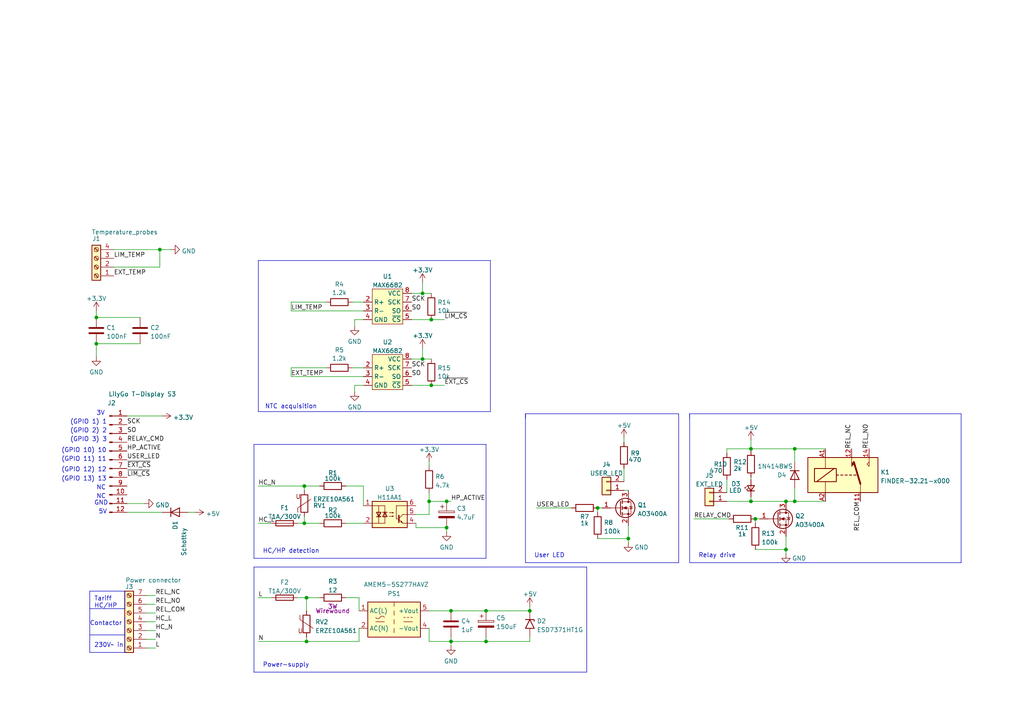
<source format=kicad_sch>
(kicad_sch (version 20230121) (generator eeschema)
  (paper "A4")
  (title_block (title "ESP32 cumulative heating controller") (company "https://github.com/BwanaFr/heating-controller"))
  (lib_symbols
    (symbol "Connector:Conn_01x12_Male" (pin_names (offset 1.016) hide)
      (property "Reference" "J" (at 0 15.24 0))
      (property "Value" "Conn_01x12_Male" (at 0 -17.78 0))
      (symbol "Conn_01x12_Male_1_1"
        (polyline (pts (xy 1.27 -15.24) (xy 0.8636 -15.24)) (stroke (width 0.1524)))
        (polyline (pts (xy 1.27 -12.7) (xy 0.8636 -12.7)) (stroke (width 0.1524)))
        (polyline (pts (xy 1.27 -10.16) (xy 0.8636 -10.16)) (stroke (width 0.1524)))
        (polyline (pts (xy 1.27 -7.62) (xy 0.8636 -7.62)) (stroke (width 0.1524)))
        (polyline (pts (xy 1.27 -5.08) (xy 0.8636 -5.08)) (stroke (width 0.1524)))
        (polyline (pts (xy 1.27 -2.54) (xy 0.8636 -2.54)) (stroke (width 0.1524)))
        (polyline (pts (xy 1.27 0) (xy 0.8636 0)) (stroke (width 0.1524)))
        (polyline (pts (xy 1.27 2.54) (xy 0.8636 2.54)) (stroke (width 0.1524)))
        (polyline (pts (xy 1.27 5.08) (xy 0.8636 5.08)) (stroke (width 0.1524)))
        (polyline (pts (xy 1.27 7.62) (xy 0.8636 7.62)) (stroke (width 0.1524)))
        (polyline (pts (xy 1.27 10.16) (xy 0.8636 10.16)) (stroke (width 0.1524)))
        (polyline (pts (xy 1.27 12.7) (xy 0.8636 12.7)) (stroke (width 0.1524)))
        (rectangle (start 0.8636 -15.113) (end 0 -15.367) (stroke (width 0.1524)) (fill (type outline)))
        (rectangle (start 0.8636 -12.573) (end 0 -12.827) (stroke (width 0.1524)) (fill (type outline)))
        (rectangle (start 0.8636 -10.033) (end 0 -10.287) (stroke (width 0.1524)) (fill (type outline)))
        (rectangle (start 0.8636 -7.493) (end 0 -7.747) (stroke (width 0.1524)) (fill (type outline)))
        (rectangle (start 0.8636 -4.953) (end 0 -5.207) (stroke (width 0.1524)) (fill (type outline)))
        (rectangle (start 0.8636 -2.413) (end 0 -2.667) (stroke (width 0.1524)) (fill (type outline)))
        (rectangle (start 0.8636 0.127) (end 0 -0.127) (stroke (width 0.1524)) (fill (type outline)))
        (rectangle (start 0.8636 2.667) (end 0 2.413) (stroke (width 0.1524)) (fill (type outline)))
        (rectangle (start 0.8636 5.207) (end 0 4.953) (stroke (width 0.1524)) (fill (type outline)))
        (rectangle (start 0.8636 7.747) (end 0 7.493) (stroke (width 0.1524)) (fill (type outline)))
        (rectangle (start 0.8636 10.287) (end 0 10.033) (stroke (width 0.1524)) (fill (type outline)))
        (rectangle (start 0.8636 12.827) (end 0 12.573) (stroke (width 0.1524)) (fill (type outline)))
        (pin passive line (at 5.08 12.7 180) (length 3.81) (name "Pin_1") (number "1"))
        (pin passive line (at 5.08 -10.16 180) (length 3.81) (name "Pin_10") (number "10"))
        (pin passive line (at 5.08 -12.7 180) (length 3.81) (name "Pin_11") (number "11"))
        (pin passive line (at 5.08 -15.24 180) (length 3.81) (name "Pin_12") (number "12"))
        (pin passive line (at 5.08 10.16 180) (length 3.81) (name "Pin_2") (number "2"))
        (pin passive line (at 5.08 7.62 180) (length 3.81) (name "Pin_3") (number "3"))
        (pin passive line (at 5.08 5.08 180) (length 3.81) (name "Pin_4") (number "4"))
        (pin passive line (at 5.08 2.54 180) (length 3.81) (name "Pin_5") (number "5"))
        (pin passive line (at 5.08 0 180) (length 3.81) (name "Pin_6") (number "6"))
        (pin passive line (at 5.08 -2.54 180) (length 3.81) (name "Pin_7") (number "7"))
        (pin passive line (at 5.08 -5.08 180) (length 3.81) (name "Pin_8") (number "8"))
        (pin passive line (at 5.08 -7.62 180) (length 3.81) (name "Pin_9") (number "9"))
      )
    )
    (symbol "Connector:Screw_Terminal_01x04" (pin_names (offset 1.016) hide)
      (property "Reference" "J" (at 0 5.08 0))
      (property "Value" "Screw_Terminal_01x04" (at 0 -7.62 0))
      (symbol "Screw_Terminal_01x04_1_1"
        (rectangle (start -1.27 3.81) (end 1.27 -6.35) (stroke (width 0.254)) (fill (type background)))
        (circle (center 0 -5.08) (radius 0.635) (stroke (width 0.1524)))
        (circle (center 0 -2.54) (radius 0.635) (stroke (width 0.1524)))
        (polyline (pts (xy -0.5334 -4.7498) (xy 0.3302 -5.588)) (stroke (width 0.1524)))
        (polyline (pts (xy -0.5334 -2.2098) (xy 0.3302 -3.048)) (stroke (width 0.1524)))
        (polyline (pts (xy -0.5334 0.3302) (xy 0.3302 -0.508)) (stroke (width 0.1524)))
        (polyline (pts (xy -0.5334 2.8702) (xy 0.3302 2.032)) (stroke (width 0.1524)))
        (polyline (pts (xy -0.3556 -4.572) (xy 0.508 -5.4102)) (stroke (width 0.1524)))
        (polyline (pts (xy -0.3556 -2.032) (xy 0.508 -2.8702)) (stroke (width 0.1524)))
        (polyline (pts (xy -0.3556 0.508) (xy 0.508 -0.3302)) (stroke (width 0.1524)))
        (polyline (pts (xy -0.3556 3.048) (xy 0.508 2.2098)) (stroke (width 0.1524)))
        (circle (center 0 0) (radius 0.635) (stroke (width 0.1524)))
        (circle (center 0 2.54) (radius 0.635) (stroke (width 0.1524)))
        (pin passive line (at -5.08 2.54 0) (length 3.81) (name "Pin_1") (number "1"))
        (pin passive line (at -5.08 0 0) (length 3.81) (name "Pin_2") (number "2"))
        (pin passive line (at -5.08 -2.54 0) (length 3.81) (name "Pin_3") (number "3"))
        (pin passive line (at -5.08 -5.08 0) (length 3.81) (name "Pin_4") (number "4"))
      )
    )
    (symbol "Connector:Screw_Terminal_01x07" (pin_names (offset 1.016) hide)
      (property "Reference" "J" (at 0 10.16 0))
      (property "Value" "Screw_Terminal_01x07" (at 0 -10.16 0))
      (symbol "Screw_Terminal_01x07_1_1"
        (rectangle (start -1.27 8.89) (end 1.27 -8.89) (stroke (width 0.254)) (fill (type background)))
        (circle (center 0 -7.62) (radius 0.635) (stroke (width 0.1524)))
        (circle (center 0 -5.08) (radius 0.635) (stroke (width 0.1524)))
        (circle (center 0 -2.54) (radius 0.635) (stroke (width 0.1524)))
        (polyline (pts (xy -0.5334 -7.2898) (xy 0.3302 -8.128)) (stroke (width 0.1524)))
        (polyline (pts (xy -0.5334 -4.7498) (xy 0.3302 -5.588)) (stroke (width 0.1524)))
        (polyline (pts (xy -0.5334 -2.2098) (xy 0.3302 -3.048)) (stroke (width 0.1524)))
        (polyline (pts (xy -0.5334 0.3302) (xy 0.3302 -0.508)) (stroke (width 0.1524)))
        (polyline (pts (xy -0.5334 2.8702) (xy 0.3302 2.032)) (stroke (width 0.1524)))
        (polyline (pts (xy -0.5334 5.4102) (xy 0.3302 4.572)) (stroke (width 0.1524)))
        (polyline (pts (xy -0.5334 7.9502) (xy 0.3302 7.112)) (stroke (width 0.1524)))
        (polyline (pts (xy -0.3556 -7.112) (xy 0.508 -7.9502)) (stroke (width 0.1524)))
        (polyline (pts (xy -0.3556 -4.572) (xy 0.508 -5.4102)) (stroke (width 0.1524)))
        (polyline (pts (xy -0.3556 -2.032) (xy 0.508 -2.8702)) (stroke (width 0.1524)))
        (polyline (pts (xy -0.3556 0.508) (xy 0.508 -0.3302)) (stroke (width 0.1524)))
        (polyline (pts (xy -0.3556 3.048) (xy 0.508 2.2098)) (stroke (width 0.1524)))
        (polyline (pts (xy -0.3556 5.588) (xy 0.508 4.7498)) (stroke (width 0.1524)))
        (polyline (pts (xy -0.3556 8.128) (xy 0.508 7.2898)) (stroke (width 0.1524)))
        (circle (center 0 0) (radius 0.635) (stroke (width 0.1524)))
        (circle (center 0 2.54) (radius 0.635) (stroke (width 0.1524)))
        (circle (center 0 5.08) (radius 0.635) (stroke (width 0.1524)))
        (circle (center 0 7.62) (radius 0.635) (stroke (width 0.1524)))
        (pin passive line (at -5.08 7.62 0) (length 3.81) (name "Pin_1") (number "1"))
        (pin passive line (at -5.08 5.08 0) (length 3.81) (name "Pin_2") (number "2"))
        (pin passive line (at -5.08 2.54 0) (length 3.81) (name "Pin_3") (number "3"))
        (pin passive line (at -5.08 0 0) (length 3.81) (name "Pin_4") (number "4"))
        (pin passive line (at -5.08 -2.54 0) (length 3.81) (name "Pin_5") (number "5"))
        (pin passive line (at -5.08 -5.08 0) (length 3.81) (name "Pin_6") (number "6"))
        (pin passive line (at -5.08 -7.62 0) (length 3.81) (name "Pin_7") (number "7"))
      )
    )
    (symbol "Connector_Generic:Conn_01x02" (pin_names (offset 1.016) hide)
      (property "Reference" "J" (at 0 2.54 0))
      (property "Value" "Conn_01x02" (at 0 -5.08 0))
      (symbol "Conn_01x02_1_1"
        (rectangle (start -1.27 -2.413) (end 0 -2.667) (stroke (width 0.1524)))
        (rectangle (start -1.27 0.127) (end 0 -0.127) (stroke (width 0.1524)))
        (rectangle (start -1.27 1.27) (end 1.27 -3.81) (stroke (width 0.254)) (fill (type background)))
        (pin passive line (at -5.08 0 0) (length 3.81) (name "Pin_1") (number "1"))
        (pin passive line (at -5.08 -2.54 0) (length 3.81) (name "Pin_2") (number "2"))
      )
    )
    (symbol "Converter_ACDC:RAC05-05SK"
      (property "Reference" "PS" (at 0 6.35 0))
      (property "Value" "RAC05-05SK" (at 0 -6.35 0))
      (symbol "RAC05-05SK_1_1"
        (rectangle (start -7.62 5.08) (end 7.62 -5.08) (stroke (width 0.254)) (fill (type background)))
        (arc (start -5.334 0.635) (mid -4.699 0.2495) (end -4.064 0.635))
        (arc (start -2.794 0.635) (mid -3.429 1.0072) (end -4.064 0.635))
        (polyline (pts (xy -5.334 -0.635) (xy -2.794 -0.635)))
        (polyline (pts (xy 0 -2.54) (xy 0 -3.81)))
        (polyline (pts (xy 0 0) (xy 0 -1.27)))
        (polyline (pts (xy 0 2.54) (xy 0 1.27)))
        (polyline (pts (xy 0 5.08) (xy 0 3.81)))
        (polyline (pts (xy 2.794 -0.635) (xy 5.334 -0.635)))
        (polyline (pts (xy 2.794 0.635) (xy 3.302 0.635)))
        (polyline (pts (xy 3.81 0.635) (xy 4.318 0.635)))
        (polyline (pts (xy 4.826 0.635) (xy 5.334 0.635)))
        (pin power_in line (at -10.16 2.54 0) (length 2.54) (name "AC(L)") (number "1"))
        (pin power_in line (at -10.16 -2.54 0) (length 2.54) (name "AC(N)") (number "2"))
        (pin no_connect line (at 7.62 0 180) (length 2.54) hide (name "NC") (number "3"))
        (pin power_out line (at 10.16 -2.54 180) (length 2.54) (name "-Vout") (number "4"))
        (pin power_out line (at 10.16 2.54 180) (length 2.54) (name "+Vout") (number "5"))
      )
    )
    (symbol "Device:C" (pin_numbers hide) (pin_names (offset 0.254))
      (property "Reference" "C" (at 0.635 2.54 0))
      (property "Value" "C" (at 0.635 -2.54 0))
      (symbol "C_0_1"
        (polyline (pts (xy -2.032 -0.762) (xy 2.032 -0.762)) (stroke (width 0.508)))
        (polyline (pts (xy -2.032 0.762) (xy 2.032 0.762)) (stroke (width 0.508)))
      )
      (symbol "C_1_1"
        (pin passive line (at 0 3.81 270) (length 2.794) (name "~") (number "1"))
        (pin passive line (at 0 -3.81 90) (length 2.794) (name "~") (number "2"))
      )
    )
    (symbol "Device:C_Polarized" (pin_numbers hide) (pin_names (offset 0.254))
      (property "Reference" "C" (at 0.635 2.54 0))
      (property "Value" "C_Polarized" (at 0.635 -2.54 0))
      (symbol "C_Polarized_0_1"
        (rectangle (start -2.286 0.508) (end 2.286 1.016))
        (polyline (pts (xy -1.778 2.286) (xy -0.762 2.286)))
        (polyline (pts (xy -1.27 2.794) (xy -1.27 1.778)))
        (rectangle (start 2.286 -0.508) (end -2.286 -1.016) (fill (type outline)))
      )
      (symbol "C_Polarized_1_1"
        (pin passive line (at 0 3.81 270) (length 2.794) (name "~") (number "1"))
        (pin passive line (at 0 -3.81 90) (length 2.794) (name "~") (number "2"))
      )
    )
    (symbol "Device:Fuse" (pin_numbers hide) (pin_names (offset 0))
      (property "Reference" "F" (at 2.032 0 90))
      (property "Value" "Fuse" (at -1.905 0 90))
      (symbol "Fuse_0_1"
        (rectangle (start -0.762 -2.54) (end 0.762 2.54) (stroke (width 0.254)))
        (polyline (pts (xy 0 2.54) (xy 0 -2.54)))
      )
      (symbol "Fuse_1_1"
        (pin passive line (at 0 3.81 270) (length 1.27) (name "~") (number "1"))
        (pin passive line (at 0 -3.81 90) (length 1.27) (name "~") (number "2"))
      )
    )
    (symbol "Device:LED_Small" (pin_numbers hide) (pin_names (offset 0.254) hide)
      (property "Reference" "D" (at -1.27 3.175 0))
      (property "Value" "LED_Small" (at -4.445 -2.54 0))
      (symbol "LED_Small_0_1"
        (polyline (pts (xy -0.762 -1.016) (xy -0.762 1.016)) (stroke (width 0.254)))
        (polyline (pts (xy 1.016 0) (xy -0.762 0)))
        (polyline (pts (xy 0.762 -1.016) (xy -0.762 0) (xy 0.762 1.016) (xy 0.762 -1.016)) (stroke (width 0.254)))
        (polyline (pts (xy 0 0.762) (xy -0.508 1.27) (xy -0.254 1.27) (xy -0.508 1.27) (xy -0.508 1.016)))
        (polyline (pts (xy 0.508 1.27) (xy 0 1.778) (xy 0.254 1.778) (xy 0 1.778) (xy 0 1.524)))
      )
      (symbol "LED_Small_1_1"
        (pin passive line (at -2.54 0 0) (length 1.778) (name "K") (number "1"))
        (pin passive line (at 2.54 0 180) (length 1.778) (name "A") (number "2"))
      )
    )
    (symbol "Device:R" (pin_numbers hide) (pin_names (offset 0))
      (property "Reference" "R" (at 2.032 0 90))
      (property "Value" "R" (at 0 0 90))
      (symbol "R_0_1"
        (rectangle (start -1.016 -2.54) (end 1.016 2.54) (stroke (width 0.254)))
      )
      (symbol "R_1_1"
        (pin passive line (at 0 3.81 270) (length 1.27) (name "~") (number "1"))
        (pin passive line (at 0 -3.81 90) (length 1.27) (name "~") (number "2"))
      )
    )
    (symbol "Device:Varistor" (pin_numbers hide) (pin_names (offset 0))
      (property "Reference" "RV" (at 3.175 0 90))
      (property "Value" "Varistor" (at -3.175 0 90))
      (symbol "Varistor_0_0"
        (text "U" (at -1.778 -2.032 0) (effects (font (size 1.27 1.27))))
      )
      (symbol "Varistor_0_1"
        (rectangle (start -1.016 -2.54) (end 1.016 2.54) (stroke (width 0.254)))
        (polyline (pts (xy -1.905 2.54) (xy -1.905 1.27) (xy 1.905 -1.27)))
      )
      (symbol "Varistor_1_1"
        (pin passive line (at 0 3.81 270) (length 1.27) (name "~") (number "1"))
        (pin passive line (at 0 -3.81 90) (length 1.27) (name "~") (number "2"))
      )
    )
    (symbol "Diode:1N4148WS" (pin_numbers hide) (pin_names hide)
      (property "Reference" "D" (at 0 2.54 0))
      (property "Value" "1N4148WS" (at 0 -2.54 0))
      (symbol "1N4148WS_0_1"
        (polyline (pts (xy -1.27 1.27) (xy -1.27 -1.27)) (stroke (width 0.254)))
        (polyline (pts (xy 1.27 0) (xy -1.27 0)))
        (polyline (pts (xy 1.27 1.27) (xy 1.27 -1.27) (xy -1.27 0) (xy 1.27 1.27)) (stroke (width 0.254)))
      )
      (symbol "1N4148WS_1_1"
        (pin passive line (at -3.81 0 0) (length 2.54) (name "K") (number "1"))
        (pin passive line (at 3.81 0 180) (length 2.54) (name "A") (number "2"))
      )
    )
    (symbol "Diode:SMF7V0A" (pin_numbers hide) (pin_names (offset 1.016) hide)
      (property "Reference" "D" (at 0 2.54 0))
      (property "Value" "SMF7V0A" (at 0 -2.54 0))
      (symbol "SMF7V0A_0_1"
        (polyline (pts (xy -0.762 1.27) (xy -1.27 1.27) (xy -1.27 -1.27)) (stroke (width 0.254)))
        (polyline (pts (xy 1.27 1.27) (xy 1.27 -1.27) (xy -1.27 0) (xy 1.27 1.27)) (stroke (width 0.254)))
      )
      (symbol "SMF7V0A_1_1"
        (pin passive line (at -3.81 0 0) (length 2.54) (name "A1") (number "1"))
        (pin passive line (at 3.81 0 180) (length 2.54) (name "A2") (number "2"))
      )
    )
    (symbol "Isolator:H11AA1"
      (property "Reference" "U" (at -5.334 4.953 0))
      (property "Value" "H11AA1" (at 0.635 4.953 0))
      (symbol "H11AA1_0_1"
        (polyline (pts (xy -2.032 0.635) (xy -0.762 0.635)) (stroke (width 0.254)))
        (polyline (pts (xy -1.397 -2.54) (xy -3.175 -2.54)) (stroke (width 0.1524)))
        (polyline (pts (xy -1.397 -0.635) (xy -1.397 -2.54)))
        (polyline (pts (xy -1.397 0.635) (xy -1.397 -0.635)))
        (polyline (pts (xy -1.397 0.635) (xy -1.397 2.54)))
        (polyline (pts (xy -1.397 2.54) (xy -3.175 2.54)) (stroke (width 0.1524)))
        (polyline (pts (xy -1.397 0.635) (xy -2.032 -0.635) (xy -0.762 -0.635) (xy -1.397 0.635)) (stroke (width 0.254)))
      )
      (symbol "H11AA1_1_1"
        (rectangle (start -5.08 3.81) (end 5.08 -3.81) (stroke (width 0.254)) (fill (type background)))
        (polyline (pts (xy -3.81 -0.635) (xy -2.54 -0.635)) (stroke (width 0.254)))
        (polyline (pts (xy 2.667 -1.397) (xy 3.81 -2.54)))
        (polyline (pts (xy 2.667 -1.143) (xy 3.81 0)))
        (polyline (pts (xy 3.81 -2.54) (xy 5.08 -2.54)))
        (polyline (pts (xy 3.81 0) (xy 5.08 0)))
        (polyline (pts (xy 2.667 -0.254) (xy 2.667 -2.286) (xy 2.667 -2.286)) (stroke (width 0.3556)))
        (polyline (pts (xy -5.08 -2.54) (xy -3.175 -2.54) (xy -3.175 2.54) (xy -5.08 2.54)))
        (polyline (pts (xy -3.175 -0.635) (xy -3.81 0.635) (xy -2.54 0.635) (xy -3.175 -0.635)) (stroke (width 0.254)))
        (polyline (pts (xy 3.683 -2.413) (xy 3.429 -1.905) (xy 3.175 -2.159) (xy 3.683 -2.413)))
        (polyline (pts (xy 5.08 2.54) (xy 1.905 2.54) (xy 1.905 -1.27) (xy 2.54 -1.27)))
        (polyline (pts (xy -0.127 -0.508) (xy 1.143 -0.508) (xy 0.762 -0.635) (xy 0.762 -0.381) (xy 1.143 -0.508)))
        (polyline (pts (xy -0.127 0.508) (xy 1.143 0.508) (xy 0.762 0.381) (xy 0.762 0.635) (xy 1.143 0.508)))
        (pin passive line (at -7.62 2.54 0) (length 2.54) (name "~") (number "1"))
        (pin passive line (at -7.62 -2.54 0) (length 2.54) (name "~") (number "2"))
        (pin no_connect line (at -5.08 0 0) (length 2.54) hide (name "NC") (number "3"))
        (pin passive line (at 7.62 -2.54 180) (length 2.54) (name "~") (number "4"))
        (pin passive line (at 7.62 0 180) (length 2.54) (name "~") (number "5"))
        (pin passive line (at 7.62 2.54 180) (length 2.54) (name "~") (number "6"))
      )
    )
    (symbol "Relay:FINDER-32.21-x000"
      (property "Reference" "K" (at 11.43 3.81 0))
      (property "Value" "FINDER-32.21-x000" (at 11.43 1.27 0))
      (symbol "FINDER-32.21-x000_0_0"
        (polyline (pts (xy 2.54 5.08) (xy 2.54 2.54) (xy 3.175 3.175) (xy 2.54 3.81)) (fill (type outline)))
        (polyline (pts (xy 7.62 5.08) (xy 7.62 2.54) (xy 6.985 3.175) (xy 7.62 3.81)))
      )
      (symbol "FINDER-32.21-x000_0_1"
        (rectangle (start -10.16 5.08) (end 10.16 -5.08) (stroke (width 0.254)) (fill (type background)))
        (rectangle (start -8.255 1.905) (end -1.905 -1.905) (stroke (width 0.254)))
        (polyline (pts (xy -7.62 -1.905) (xy -2.54 1.905)) (stroke (width 0.254)))
        (polyline (pts (xy -5.08 -5.08) (xy -5.08 -1.905)))
        (polyline (pts (xy -5.08 5.08) (xy -5.08 1.905)))
        (polyline (pts (xy -1.905 0) (xy -1.27 0)) (stroke (width 0.254)))
        (polyline (pts (xy -0.635 0) (xy 0 0)) (stroke (width 0.254)))
        (polyline (pts (xy 0.635 0) (xy 1.27 0)) (stroke (width 0.254)))
        (polyline (pts (xy 1.905 0) (xy 2.54 0)) (stroke (width 0.254)))
        (polyline (pts (xy 3.175 0) (xy 3.81 0)) (stroke (width 0.254)))
        (polyline (pts (xy 5.08 -2.54) (xy 3.175 3.81)) (stroke (width 0.508)))
        (polyline (pts (xy 5.08 -2.54) (xy 5.08 -5.08)))
      )
      (symbol "FINDER-32.21-x000_1_1"
        (pin passive line (at 5.08 -7.62 90) (length 2.54) (name "~") (number "11"))
        (pin passive line (at 2.54 7.62 270) (length 2.54) (name "~") (number "12"))
        (pin passive line (at 7.62 7.62 270) (length 2.54) (name "~") (number "14"))
        (pin passive line (at -5.08 7.62 270) (length 2.54) (name "~") (number "A1"))
        (pin passive line (at -5.08 -7.62 90) (length 2.54) (name "~") (number "A2"))
      )
    )
    (symbol "Transistor_FET:AO3400A" (pin_names hide)
      (property "Reference" "Q" (at 5.08 1.905 0))
      (property "Value" "AO3400A" (at 5.08 0 0))
      (symbol "AO3400A_0_1"
        (polyline (pts (xy 0.254 0) (xy -2.54 0)))
        (polyline (pts (xy 0.254 1.905) (xy 0.254 -1.905)) (stroke (width 0.254)))
        (polyline (pts (xy 0.762 -1.27) (xy 0.762 -2.286)) (stroke (width 0.254)))
        (polyline (pts (xy 0.762 0.508) (xy 0.762 -0.508)) (stroke (width 0.254)))
        (polyline (pts (xy 0.762 2.286) (xy 0.762 1.27)) (stroke (width 0.254)))
        (polyline (pts (xy 2.54 2.54) (xy 2.54 1.778)))
        (polyline (pts (xy 2.54 -2.54) (xy 2.54 0) (xy 0.762 0)))
        (polyline (pts (xy 0.762 -1.778) (xy 3.302 -1.778) (xy 3.302 1.778) (xy 0.762 1.778)))
        (polyline (pts (xy 1.016 0) (xy 2.032 0.381) (xy 2.032 -0.381) (xy 1.016 0)) (fill (type outline)))
        (polyline (pts (xy 2.794 0.508) (xy 2.921 0.381) (xy 3.683 0.381) (xy 3.81 0.254)))
        (polyline (pts (xy 3.302 0.381) (xy 2.921 -0.254) (xy 3.683 -0.254) (xy 3.302 0.381)))
        (circle (center 1.651 0) (radius 2.794) (stroke (width 0.254)))
        (circle (center 2.54 -1.778) (radius 0.254) (fill (type outline)))
        (circle (center 2.54 1.778) (radius 0.254) (fill (type outline)))
      )
      (symbol "AO3400A_1_1"
        (pin input line (at -5.08 0 0) (length 2.54) (name "G") (number "1"))
        (pin passive line (at 2.54 -5.08 90) (length 2.54) (name "S") (number "2"))
        (pin passive line (at 2.54 5.08 270) (length 2.54) (name "D") (number "3"))
      )
    )
    (symbol "heating-controller:MAX6682"
      (property "Reference" "U" (at 0 1.27 0))
      (property "Value" "MAX6682" (at 0 -11.43 0))
      (symbol "MAX6682_0_1"
        (rectangle (start -3.81 0) (end 5.08 -10.16) (stroke (width 0.1524)) (fill (type background)))
      )
      (symbol "MAX6682_1_1"
        (pin input line (at -6.35 -3.81 0) (length 2.54) (name "R+") (number "2"))
        (pin input line (at -6.35 -6.35 0) (length 2.54) (name "R-") (number "3"))
        (pin power_in line (at -6.35 -8.89 0) (length 2.54) (name "GND") (number "4"))
        (pin input line (at 7.62 -8.89 180) (length 2.54) (name "~{CS}") (number "5"))
        (pin output line (at 7.62 -6.35 180) (length 2.54) (name "SO") (number "6"))
        (pin input line (at 7.62 -3.81 180) (length 2.54) (name "SCK") (number "7"))
        (pin power_in line (at 7.62 -1.27 180) (length 2.54) (name "VCC") (number "8"))
      )
    )
    (symbol "power:+3.3V" (power) (pin_names (offset 0))
      (property "Value" "+3.3V" (at 0 3.556 0))
      (symbol "+3.3V_0_1"
        (polyline (pts (xy -0.762 1.27) (xy 0 2.54)))
        (polyline (pts (xy 0 0) (xy 0 2.54)))
        (polyline (pts (xy 0 2.54) (xy 0.762 1.27)))
      )
      (symbol "+3.3V_1_1"
        (pin power_in line (at 0 0 90) (length 0) hide (name "+3.3V") (number "1"))
      )
    )
    (symbol "power:+5V" (power) (pin_names (offset 0))
      (property "Value" "+5V" (at 0 3.556 0))
      (symbol "+5V_0_1"
        (polyline (pts (xy -0.762 1.27) (xy 0 2.54)))
        (polyline (pts (xy 0 0) (xy 0 2.54)))
        (polyline (pts (xy 0 2.54) (xy 0.762 1.27)))
      )
      (symbol "+5V_1_1"
        (pin power_in line (at 0 0 90) (length 0) hide (name "+5V") (number "1"))
      )
    )
    (symbol "power:GND" (power) (pin_names (offset 0))
      (property "Value" "GND" (at 0 -3.81 0))
      (symbol "GND_0_1"
        (polyline (pts (xy 0 0) (xy 0 -1.27) (xy 1.27 -1.27) (xy 0 -2.54) (xy -1.27 -1.27) (xy 0 -1.27)))
      )
      (symbol "GND_1_1"
        (pin power_in line (at 0 0 270) (length 0) hide (name "GND") (number "1"))
      )
    )
  )
  (junction (at 140.97 186.055))
  (junction (at 88.9 186.055))
  (junction (at 129.54 153.035))
  (junction (at 129.54 145.415))
  (junction (at 227.965 159.385))
  (junction (at 122.555 104.14))
  (junction (at 27.94 92.075))
  (junction (at 88.9 173.355))
  (junction (at 227.965 145.415))
  (junction (at 130.81 186.055))
  (junction (at 230.505 145.415))
  (junction (at 125.095 111.76))
  (junction (at 88.265 140.97))
  (junction (at 153.67 177.165))
  (junction (at 125.095 92.71))
  (junction (at 217.805 145.415))
  (junction (at 230.505 130.175))
  (junction (at 122.555 85.09))
  (junction (at 27.94 99.695))
  (junction (at 130.81 177.165))
  (junction (at 140.97 177.165))
  (junction (at 173.355 147.32))
  (junction (at 182.245 156.21))
  (junction (at 124.46 145.415))
  (junction (at 219.075 150.495))
  (junction (at 46.355 72.39))
  (junction (at 217.805 130.175))
  (junction (at 88.265 151.765))
  (polyline (pts (xy 152.4 120.015) (xy 152.4 163.195)))
  (wire (pts (xy 86.36 173.355) (xy 88.9 173.355)))
  (polyline (pts (xy 200.025 120.015) (xy 200.025 121.285)))
  (wire (pts (xy 74.93 151.765) (xy 78.74 151.765)))
  (wire (pts (xy 100.33 173.355) (xy 104.14 173.355)))
  (wire (pts (xy 74.93 186.055) (xy 88.9 186.055)))
  (wire (pts (xy 124.46 186.055) (xy 130.81 186.055)))
  (wire (pts (xy 88.265 151.765) (xy 92.71 151.765)))
  (wire (pts (xy 219.075 150.495) (xy 220.345 150.495)))
  (wire (pts (xy 42.545 180.34) (xy 45.085 180.34)))
  (polyline (pts (xy 26.035 176.53) (xy 36.195 176.53)))
  (wire (pts (xy 180.975 135.89) (xy 180.975 139.7)))
  (wire (pts (xy 173.355 147.32) (xy 174.625 147.32)))
  (polyline (pts (xy 73.66 161.925) (xy 140.97 161.925)))
  (polyline (pts (xy 36.195 171.45) (xy 36.195 176.53)))
  (wire (pts (xy 120.65 149.225) (xy 124.46 149.225)))
  (polyline (pts (xy 196.85 120.015) (xy 152.4 120.015)))
  (polyline (pts (xy 152.4 163.195) (xy 196.85 163.195)))
  (wire (pts (xy 129.54 153.035) (xy 129.54 154.305)))
  (wire (pts (xy 42.545 187.96) (xy 45.085 187.96)))
  (wire (pts (xy 102.235 106.68) (xy 105.41 106.68)))
  (wire (pts (xy 94.615 87.63) (xy 84.455 87.63)))
  (wire (pts (xy 105.41 140.97) (xy 105.41 146.685)))
  (wire (pts (xy 182.245 156.21) (xy 182.245 157.48)))
  (wire (pts (xy 102.87 111.76) (xy 105.41 111.76)))
  (wire (pts (xy 119.38 104.14) (xy 122.555 104.14)))
  (polyline (pts (xy 73.66 161.925) (xy 73.66 128.905)))
  (wire (pts (xy 122.555 100.965) (xy 122.555 104.14)))
  (wire (pts (xy 122.555 85.09) (xy 122.555 81.915)))
  (wire (pts (xy 219.075 159.385) (xy 227.965 159.385)))
  (polyline (pts (xy 26.035 184.15) (xy 26.035 189.23)))
  (wire (pts (xy 33.02 77.47) (xy 46.355 77.47)))
  (wire (pts (xy 230.505 130.175) (xy 230.505 133.985)))
  (wire (pts (xy 125.095 92.71) (xy 128.905 92.71)))
  (wire (pts (xy 124.46 145.415) (xy 129.54 145.415)))
  (polyline (pts (xy 170.18 164.465) (xy 170.18 194.945)))
  (wire (pts (xy 217.805 127.635) (xy 217.805 130.175)))
  (wire (pts (xy 230.505 145.415) (xy 227.965 145.415)))
  (polyline (pts (xy 200.025 163.195) (xy 278.765 163.195)))
  (wire (pts (xy 140.97 186.055) (xy 153.67 186.055)))
  (wire (pts (xy 42.545 182.88) (xy 45.085 182.88)))
  (polyline (pts (xy 74.93 75.565) (xy 142.24 75.565)))
  (wire (pts (xy 125.095 104.14) (xy 122.555 104.14)))
  (wire (pts (xy 155.575 147.32) (xy 165.735 147.32)))
  (wire (pts (xy 84.455 90.17) (xy 105.41 90.17)))
  (polyline (pts (xy 278.765 163.195) (xy 278.765 120.015)))
  (wire (pts (xy 102.87 113.665) (xy 102.87 111.76)))
  (wire (pts (xy 140.97 177.165) (xy 153.67 177.165)))
  (wire (pts (xy 119.38 85.09) (xy 122.555 85.09)))
  (polyline (pts (xy 152.4 120.015) (xy 152.4 121.285)))
  (wire (pts (xy 27.94 92.075) (xy 40.64 92.075)))
  (wire (pts (xy 128.905 111.76) (xy 125.095 111.76)))
  (wire (pts (xy 119.38 92.71) (xy 125.095 92.71)))
  (wire (pts (xy 46.355 77.47) (xy 46.355 72.39)))
  (wire (pts (xy 182.245 152.4) (xy 182.245 156.21)))
  (polyline (pts (xy 140.97 161.925) (xy 140.97 128.905)))
  (wire (pts (xy 239.395 145.415) (xy 230.505 145.415)))
  (wire (pts (xy 210.82 139.065) (xy 210.82 142.875)))
  (wire (pts (xy 130.81 184.785) (xy 130.81 186.055)))
  (wire (pts (xy 88.9 173.355) (xy 92.71 173.355)))
  (polyline (pts (xy 36.195 184.15) (xy 36.195 189.23)))
  (wire (pts (xy 140.97 186.055) (xy 140.97 184.785)))
  (wire (pts (xy 125.095 111.76) (xy 119.38 111.76)))
  (wire (pts (xy 27.94 90.17) (xy 27.94 92.075)))
  (wire (pts (xy 180.975 142.24) (xy 182.245 142.24)))
  (wire (pts (xy 36.83 120.65) (xy 46.99 120.65)))
  (polyline (pts (xy 73.66 164.465) (xy 73.66 194.945)))
  (polyline (pts (xy 142.24 119.38) (xy 142.24 75.565)))
  (wire (pts (xy 217.805 130.81) (xy 217.805 130.175)))
  (wire (pts (xy 227.965 155.575) (xy 227.965 159.385)))
  (polyline (pts (xy 196.85 163.195) (xy 196.85 120.015)))
  (wire (pts (xy 124.46 142.875) (xy 124.46 145.415)))
  (wire (pts (xy 36.83 148.59) (xy 46.99 148.59)))
  (wire (pts (xy 173.355 156.21) (xy 182.245 156.21)))
  (wire (pts (xy 74.93 173.355) (xy 78.74 173.355)))
  (wire (pts (xy 42.545 172.72) (xy 45.085 172.72)))
  (polyline (pts (xy 36.195 189.23) (xy 26.035 189.23)))
  (wire (pts (xy 153.67 175.895) (xy 153.67 177.165)))
  (polyline (pts (xy 74.93 75.565) (xy 74.93 119.38)))
  (polyline (pts (xy 170.18 194.945) (xy 73.66 194.945)))
  (wire (pts (xy 88.265 149.86) (xy 88.265 151.765)))
  (wire (pts (xy 201.295 150.495) (xy 211.455 150.495)))
  (wire (pts (xy 180.975 128.27) (xy 180.975 127)))
  (polyline (pts (xy 74.93 119.38) (xy 142.24 119.38)))
  (polyline (pts (xy 200.025 120.015) (xy 200.025 163.195)))
  (wire (pts (xy 42.545 175.26) (xy 45.085 175.26)))
  (wire (pts (xy 130.81 186.055) (xy 140.97 186.055)))
  (wire (pts (xy 94.615 106.68) (xy 84.455 106.68)))
  (wire (pts (xy 153.67 186.055) (xy 153.67 184.785)))
  (polyline (pts (xy 26.035 176.53) (xy 26.035 171.45)))
  (wire (pts (xy 210.82 131.445) (xy 210.82 130.175)))
  (wire (pts (xy 217.805 130.175) (xy 230.505 130.175)))
  (wire (pts (xy 124.46 145.415) (xy 124.46 149.225)))
  (wire (pts (xy 46.355 72.39) (xy 49.53 72.39)))
  (wire (pts (xy 230.505 141.605) (xy 230.505 145.415)))
  (wire (pts (xy 124.46 133.985) (xy 124.46 135.255)))
  (polyline (pts (xy 36.195 179.07) (xy 36.195 184.15)))
  (polyline (pts (xy 73.66 164.465) (xy 170.18 164.465)))
  (wire (pts (xy 124.46 182.245) (xy 124.46 186.055)))
  (wire (pts (xy 88.265 142.24) (xy 88.265 140.97)))
  (wire (pts (xy 86.36 151.765) (xy 88.265 151.765)))
  (wire (pts (xy 230.505 130.175) (xy 239.395 130.175)))
  (wire (pts (xy 54.61 148.59) (xy 56.515 148.59)))
  (wire (pts (xy 173.355 147.32) (xy 173.355 148.59)))
  (wire (pts (xy 100.33 151.765) (xy 105.41 151.765)))
  (wire (pts (xy 74.93 140.97) (xy 88.265 140.97)))
  (wire (pts (xy 120.65 151.765) (xy 120.65 153.035)))
  (polyline (pts (xy 278.765 120.015) (xy 200.025 120.015)))
  (wire (pts (xy 130.81 177.165) (xy 140.97 177.165)))
  (wire (pts (xy 42.545 177.8) (xy 45.085 177.8)))
  (wire (pts (xy 102.87 92.71) (xy 105.41 92.71)))
  (wire (pts (xy 129.54 145.415) (xy 130.81 145.415)))
  (wire (pts (xy 84.455 109.22) (xy 105.41 109.22)))
  (wire (pts (xy 217.805 144.145) (xy 217.805 145.415)))
  (wire (pts (xy 88.9 184.785) (xy 88.9 186.055)))
  (wire (pts (xy 88.9 186.055) (xy 104.14 186.055)))
  (wire (pts (xy 122.555 85.09) (xy 125.095 85.09)))
  (wire (pts (xy 84.455 87.63) (xy 84.455 90.17)))
  (wire (pts (xy 219.075 150.495) (xy 219.075 151.765)))
  (polyline (pts (xy 26.035 184.15) (xy 36.195 184.15)))
  (wire (pts (xy 104.14 173.355) (xy 104.14 177.165)))
  (wire (pts (xy 227.965 159.385) (xy 227.965 160.655)))
  (wire (pts (xy 100.33 140.97) (xy 105.41 140.97)))
  (wire (pts (xy 102.235 87.63) (xy 105.41 87.63)))
  (wire (pts (xy 210.82 145.415) (xy 217.805 145.415)))
  (polyline (pts (xy 73.66 128.905) (xy 140.97 128.905)))
  (wire (pts (xy 88.265 140.97) (xy 92.71 140.97)))
  (wire (pts (xy 36.83 146.05) (xy 41.91 146.05)))
  (wire (pts (xy 33.02 72.39) (xy 46.355 72.39)))
  (wire (pts (xy 42.545 185.42) (xy 45.085 185.42)))
  (wire (pts (xy 210.82 130.175) (xy 217.805 130.175)))
  (wire (pts (xy 84.455 106.68) (xy 84.455 109.22)))
  (polyline (pts (xy 26.035 184.15) (xy 26.035 176.53)))
  (polyline (pts (xy 26.035 171.45) (xy 36.195 171.45)))
  (wire (pts (xy 104.14 186.055) (xy 104.14 182.245)))
  (wire (pts (xy 27.94 99.695) (xy 40.64 99.695)))
  (wire (pts (xy 102.87 94.615) (xy 102.87 92.71)))
  (wire (pts (xy 124.46 177.165) (xy 130.81 177.165)))
  (wire (pts (xy 217.805 138.43) (xy 217.805 139.065)))
  (wire (pts (xy 88.9 173.355) (xy 88.9 177.165)))
  (wire (pts (xy 217.805 145.415) (xy 227.965 145.415)))
  (wire (pts (xy 120.65 153.035) (xy 129.54 153.035)))
  (wire (pts (xy 130.81 186.055) (xy 130.81 187.325)))
  (wire (pts (xy 27.94 99.695) (xy 27.94 103.505)))
  (text "NC" (at 27.94 144.78 0) (effects (font (size 1.27 1.27)) (justify left bottom)))
  (text "(GPIO 10) 10" (at 17.78 131.445 0) (effects (font (size 1.27 1.27)) (justify left bottom)))
  (text "(GPIO 12) 12\n\n" (at 17.78 139.065 0) (effects (font (size 1.27 1.27)) (justify left bottom)))
  (text "User LED" (at 154.94 161.925 0) (effects (font (size 1.27 1.27)) (justify left bottom)))
  (text "(GPIO 13) 13" (at 17.78 139.7 0) (effects (font (size 1.27 1.27)) (justify left bottom)))
  (text "Contactor" (at 26.035 181.61 0) (effects (font (size 1.27 1.27)) (justify left bottom)))
  (text "GND\n" (at 27.305 146.685 0) (effects (font (size 1.27 1.27)) (justify left bottom)))
  (text "Power-supply" (at 76.2 193.675 0) (effects (font (size 1.27 1.27)) (justify left bottom)))
  (text "5V" (at 28.575 149.225 0) (effects (font (size 1.27 1.27)) (justify left bottom)))
  (text "NTC acquisition" (at 76.835 118.745 0) (effects (font (size 1.27 1.27)) (justify left bottom)))
  (text "Tariff\nHC/HP" (at 27.305 176.53 0) (effects (font (size 1.27 1.27)) (justify left bottom)))
  (text "NC" (at 27.94 142.24 0) (effects (font (size 1.27 1.27)) (justify left bottom)))
  (text "(GPIO 11) 11\n" (at 17.78 133.985 0) (effects (font (size 1.27 1.27)) (justify left bottom)))
  (text "(GPIO 2) 2" (at 20.32 125.73 0) (effects (font (size 1.27 1.27)) (justify left bottom)))
  (text "230V~ in" (at 27.305 187.96 0) (effects (font (size 1.27 1.27)) (justify left bottom)))
  (text "(GPIO 3) 3" (at 20.32 128.27 0) (effects (font (size 1.27 1.27)) (justify left bottom)))
  (text "(GPIO 1) 1" (at 20.32 123.19 0) (effects (font (size 1.27 1.27)) (justify left bottom)))
  (text "Relay drive" (at 202.565 161.925 0) (effects (font (size 1.27 1.27)) (justify left bottom)))
  (text "3V" (at 27.94 120.65 0) (effects (font (size 1.27 1.27)) (justify left bottom)))
  (text "HC/HP detection" (at 76.2 160.655 0) (effects (font (size 1.27 1.27)) (justify left bottom)))
  (label "HC_L" (at 45.085 180.34 0))
  (label "N" (at 45.085 185.42 0))
  (label "HC_N" (at 45.085 182.88 0))
  (label "N" (at 74.93 186.055 0))
  (label "HP_ACTIVE" (at 36.83 130.81 0))
  (label "SCK" (at 119.38 87.63 0))
  (label "REL_NO" (at 45.085 175.26 0))
  (label "REL_COM" (at 45.085 177.8 0))
  (label "SCK" (at 119.38 106.68 0))
  (label "HC_N" (at 74.93 140.97 0))
  (label "SO" (at 36.83 125.73 0))
  (label "~{EXT_CS}" (at 128.905 111.76 0))
  (label "REL_NC" (at 45.085 172.72 0))
  (label "~{LIM_CS}" (at 36.83 138.43 0))
  (label "REL_NO" (at 252.095 130.175 90))
  (label "~{LIM_CS}" (at 128.905 92.71 0))
  (label "EXT_TEMP" (at 33.02 80.01 0))
  (label "HP_ACTIVE" (at 130.81 145.415 0))
  (label "SO" (at 119.38 109.22 0))
  (label "REL_COM" (at 249.555 145.415 270))
  (label "L" (at 74.93 173.355 0))
  (label "HC_L" (at 74.93 151.765 0))
  (label "REL_NC" (at 247.015 130.175 90))
  (label "SO" (at 119.38 90.17 0))
  (label "USER_LED" (at 36.83 133.35 0))
  (label "LIM_TEMP" (at 33.02 74.93 0))
  (label "SCK" (at 36.83 123.19 0))
  (label "USER_LED" (at 155.575 147.32 0))
  (label "EXT_TEMP" (at 84.455 109.22 0))
  (label "LIM_TEMP" (at 84.455 90.17 0))
  (label "RELAY_CMD" (at 201.295 150.495 0))
  (label "RELAY_CMD" (at 36.83 128.27 0))
  (label "L" (at 45.085 187.96 0))
  (label "~{EXT_CS}" (at 36.83 135.89 0))
  (symbol (lib_id "Device:R") (at 98.425 106.68 90) (unit 1)
    (property "Reference" "R5" (at 98.425 101.5197 90))
    (property "Value" "1.2k" (at 98.425 103.9439 90))
    (property "Footprint" "Resistor_SMD:R_0603_1608Metric" (effects hide))
  )
  (symbol (lib_id "Connector:Screw_Terminal_01x04") (at 27.94 77.47 180) (unit 1)
    (property "Reference" "J1" (at 27.94 69.215 0))
    (property "Value" "Temperature_probes" (at 36.195 67.31 0))
    (property "Footprint" "TerminalBlock_Phoenix:TerminalBlock_Phoenix_MKDS-3-4-5.08_1x04_P5.08mm_Horizontal" (effects hide))
  )
  (symbol (lib_id "Device:R") (at 215.265 150.495 90) (unit 1)
    (property "Reference" "R11" (at 215.265 153.035 90))
    (property "Value" "1k" (at 215.265 154.94 90))
    (property "Footprint" "Resistor_SMD:R_0603_1608Metric" (effects hide))
  )
  (symbol (lib_id "power:GND") (at 102.87 94.615 0) (unit 1)
    (property "Reference" "#PWR07" (effects hide))
    (property "Value" "GND" (at 102.87 99.0584 0))
  )
  (symbol (lib_id "Device:R") (at 169.545 147.32 90) (unit 1)
    (property "Reference" "R7" (at 169.545 149.86 90))
    (property "Value" "1k" (at 169.545 151.765 90))
    (property "Footprint" "Resistor_SMD:R_0603_1608Metric" (effects hide))
  )
  (symbol (lib_id "Device:C_Polarized") (at 140.97 180.975 0) (unit 1)
    (property "Reference" "C5" (at 143.891 179.2513 0) (effects (justify left)))
    (property "Value" "150uF" (at 143.891 181.7882 0) (effects (justify left)))
    (property "Footprint" "Capacitor_THT:C_Radial_D10.0mm_H12.5mm_P5.00mm" (effects hide))
  )
  (symbol (lib_id "power:GND") (at 27.94 103.505 0) (unit 1)
    (property "Reference" "#PWR02" (effects hide))
    (property "Value" "GND" (at 27.94 107.9484 0))
  )
  (symbol (lib_id "Device:Fuse") (at 82.55 173.355 90) (unit 1)
    (property "Reference" "F2" (at 82.55 168.8932 90))
    (property "Value" "T1A/300V" (at 82.55 171.4301 90))
    (property "Footprint" "Fuse:Fuse_Littelfuse_372_D8.50mm" (effects hide))
  )
  (symbol (lib_id "Device:R") (at 217.805 134.62 180) (unit 1)
    (property "Reference" "R12" (at 212.725 133.985 0) (effects (justify right)))
    (property "Value" "2k" (at 212.725 135.89 0) (effects (justify right)))
    (property "Footprint" "Resistor_SMD:R_0603_1608Metric" (effects hide))
  )
  (symbol (lib_id "Device:Fuse") (at 82.55 151.765 90) (unit 1)
    (property "Reference" "F1" (at 82.55 147.3032 90))
    (property "Value" "T1A/300V" (at 82.55 149.8401 90))
    (property "Footprint" "Fuse:Fuse_Littelfuse_372_D8.50mm" (effects hide))
  )
  (symbol (lib_id "Device:Varistor") (at 88.9 180.975 0) (unit 1)
    (property "Reference" "RV2" (at 91.44 180.3935 0) (effects (justify left)))
    (property "Value" "ERZE10A561" (at 91.44 182.9304 0) (effects (justify left)))
    (property "Footprint" "Varistor:RV_Disc_D12mm_W7.5mm_P7.5mm" (effects hide))
  )
  (symbol (lib_id "Device:R") (at 219.075 155.575 0) (unit 1)
    (property "Reference" "R13" (at 220.853 154.7403 0) (effects (justify left)))
    (property "Value" "100k" (at 220.853 157.2772 0) (effects (justify left)))
    (property "Footprint" "Resistor_SMD:R_0603_1608Metric" (effects hide))
  )
  (symbol (lib_id "power:+3.3V") (at 124.46 133.985 0) (unit 1)
    (property "Reference" "#PWR011" (effects hide))
    (property "Value" "+3.3V" (at 124.46 130.4092 0))
  )
  (symbol (lib_id "power:+3.3V") (at 27.94 90.17 0) (unit 1)
    (property "Reference" "#PWR01" (effects hide))
    (property "Value" "+3.3V" (at 27.94 86.5942 0))
  )
  (symbol (lib_id "Connector_Generic:Conn_01x02") (at 175.895 142.24 180) (unit 1)
    (property "Reference" "J4" (at 175.895 134.7302 0))
    (property "Value" "USER_LED" (at 175.895 137.2671 0))
    (property "Footprint" "Connector_PinHeader_2.54mm:PinHeader_1x02_P2.54mm_Vertical" (effects hide))
  )
  (symbol (lib_id "Device:C") (at 130.81 180.975 0) (unit 1)
    (property "Reference" "C4" (at 133.731 180.1403 0) (effects (justify left)))
    (property "Value" "1uF" (at 133.731 182.6772 0) (effects (justify left)))
    (property "Footprint" "Capacitor_SMD:C_0603_1608Metric" (effects hide))
  )
  (symbol (lib_id "power:GND") (at 102.87 113.665 0) (unit 1)
    (property "Reference" "#PWR08" (effects hide))
    (property "Value" "GND" (at 102.87 118.1084 0))
  )
  (symbol (lib_id "power:+3.3V") (at 122.555 100.965 0) (unit 1)
    (property "Reference" "#PWR010" (effects hide))
    (property "Value" "+3.3V" (at 122.555 97.3892 0))
  )
  (symbol (lib_id "Device:R") (at 98.425 87.63 90) (unit 1)
    (property "Reference" "R4" (at 98.425 82.4697 90))
    (property "Value" "1.2k" (at 98.425 84.8939 90))
    (property "Footprint" "Resistor_SMD:R_0603_1608Metric" (effects hide))
  )
  (symbol (lib_id "Device:Varistor") (at 88.265 146.05 0) (mirror x) (unit 1)
    (property "Reference" "RV1" (at 90.805 146.6315 0) (effects (justify left)))
    (property "Value" "ERZE10A561" (at 90.805 144.78 0) (effects (justify left)))
    (property "Footprint" "Varistor:RV_Disc_D12mm_W7.5mm_P7.5mm" (effects hide))
  )
  (symbol (lib_id "power:+3.3V") (at 46.99 120.65 270) (unit 1)
    (property "Reference" "#PWR04" (effects hide))
    (property "Value" "+3.3V" (at 50.165 121.0838 90) (effects (justify left)))
  )
  (symbol (lib_id "power:+3.3V") (at 122.555 81.915 0) (unit 1)
    (property "Reference" "#PWR09" (effects hide))
    (property "Value" "+3.3V" (at 122.555 78.3392 0))
  )
  (symbol (lib_id "Device:LED_Small") (at 217.805 141.605 90) (unit 1)
    (property "Reference" "D3" (at 212.09 140.335 90) (effects (justify right)))
    (property "Value" "LED" (at 211.455 142.24 90) (effects (justify right)))
    (property "Footprint" "LED_SMD:LED_0805_2012Metric" (effects hide))
  )
  (symbol (lib_id "Device:R") (at 180.975 132.08 180) (unit 1)
    (property "Reference" "R9" (at 182.88 131.445 0) (effects (justify right)))
    (property "Value" "470" (at 182.245 133.35 0) (effects (justify right)))
    (property "Footprint" "Resistor_SMD:R_0603_1608Metric" (effects hide))
  )
  (symbol (lib_id "Device:R") (at 125.095 107.95 180) (unit 1)
    (property "Reference" "R15" (at 126.873 106.7379 0) (effects (justify right)))
    (property "Value" "10k" (at 126.873 109.1621 0) (effects (justify right)))
    (property "Footprint" "Resistor_SMD:R_0603_1608Metric" (effects hide))
  )
  (symbol (lib_id "Device:R") (at 173.355 152.4 0) (unit 1)
    (property "Reference" "R8" (at 175.133 151.5653 0) (effects (justify left)))
    (property "Value" "100k" (at 175.133 154.1022 0) (effects (justify left)))
    (property "Footprint" "Resistor_SMD:R_0603_1608Metric" (effects hide))
  )
  (symbol (lib_id "Device:R") (at 210.82 135.255 180) (unit 1)
    (property "Reference" "R10" (at 207.01 134.62 0) (effects (justify right)))
    (property "Value" "470" (at 205.74 136.525 0) (effects (justify right)))
    (property "Footprint" "Resistor_SMD:R_0603_1608Metric" (effects hide))
  )
  (symbol (lib_id "Connector:Screw_Terminal_01x07") (at 37.465 180.34 180) (unit 1)
    (property "Reference" "J3" (at 37.465 170.18 0))
    (property "Value" "Power connector" (at 44.45 168.275 0))
    (property "Footprint" "TerminalBlock_Phoenix:TerminalBlock_Phoenix_MKDS-3-7-5.08_1x07_P5.08mm_Horizontal" (effects hide))
  )
  (symbol (lib_id "Device:C_Polarized") (at 129.54 149.225 0) (unit 1)
    (property "Reference" "C3" (at 132.461 147.5013 0) (effects (justify left)))
    (property "Value" "4.7uF" (at 132.461 150.0382 0) (effects (justify left)))
    (property "Footprint" "Capacitor_SMD:C_1206_3216Metric" (effects hide))
  )
  (symbol (lib_id "power:GND") (at 227.965 160.655 0) (unit 1)
    (property "Reference" "#PWR018" (effects hide))
    (property "Value" "GND" (at 231.775 161.925 0))
  )
  (symbol (lib_id "Transistor_FET:AO3400A") (at 179.705 147.32 0) (unit 1)
    (property "Reference" "Q1" (at 184.912 146.4853 0) (effects (justify left)))
    (property "Value" "AO3400A" (at 184.912 149.0222 0) (effects (justify left)))
    (property "Footprint" "Package_TO_SOT_SMD:SOT-23" (effects hide))
    (property "Datasheet" "http://www.aosmd.com/pdfs/datasheet/AO3400A.pdf" (effects hide))
  )
  (symbol (lib_id "Diode:SMF7V0A") (at 153.67 180.975 270) (unit 1)
    (property "Reference" "D2" (at 155.702 180.1403 90) (effects (justify left)))
    (property "Value" "ESD7371HT1G" (at 155.702 182.6772 90) (effects (justify left)))
    (property "Footprint" "Diode_SMD:D_SOD-323_HandSoldering" (effects hide))
    (property "Datasheet" "https://www.vishay.com/doc?85881" (effects hide))
  )
  (symbol (lib_id "Transistor_FET:AO3400A") (at 225.425 150.495 0) (unit 1)
    (property "Reference" "Q2" (at 230.632 149.6603 0) (effects (justify left)))
    (property "Value" "AO3400A" (at 230.632 152.1972 0) (effects (justify left)))
    (property "Footprint" "Package_TO_SOT_SMD:SOT-23" (effects hide))
    (property "Datasheet" "http://www.aosmd.com/pdfs/datasheet/AO3400A.pdf" (effects hide))
  )
  (symbol (lib_id "power:+5V") (at 180.975 127 0) (unit 1)
    (property "Reference" "#PWR015" (effects hide))
    (property "Value" "+5V" (at 180.975 123.4242 0))
  )
  (symbol (lib_id "Device:R") (at 124.46 139.065 0) (unit 1)
    (property "Reference" "R6" (at 126.238 138.2303 0) (effects (justify left)))
    (property "Value" "4.7k" (at 126.238 140.7672 0) (effects (justify left)))
    (property "Footprint" "Resistor_SMD:R_0603_1608Metric" (effects hide))
  )
  (symbol (lib_id "Device:R") (at 96.52 151.765 90) (unit 1)
    (property "Reference" "R2" (at 96.52 147.955 90))
    (property "Value" "100k" (at 96.52 149.5861 90))
    (property "Footprint" "Resistor_THT:R_Axial_DIN0204_L3.6mm_D1.6mm_P5.08mm_Horizontal" (effects hide))
  )
  (symbol (lib_id "Device:R") (at 96.52 140.97 90) (unit 1)
    (property "Reference" "R1" (at 96.52 137.16 90))
    (property "Value" "100k" (at 96.52 138.7911 90))
    (property "Footprint" "Resistor_THT:R_Axial_DIN0204_L3.6mm_D1.6mm_P5.08mm_Horizontal" (effects hide))
  )
  (symbol (lib_id "power:GND") (at 129.54 154.305 0) (unit 1)
    (property "Reference" "#PWR012" (effects hide))
    (property "Value" "GND" (at 129.54 158.7484 0))
  )
  (symbol (lib_id "Converter_ACDC:RAC05-05SK") (at 114.3 179.705 0) (unit 1)
    (property "Reference" "PS1" (at 114.3 172.1952 0))
    (property "Value" "AMEM5-5S277HAVZ" (at 114.935 169.545 0))
    (property "Footprint" "Converter_ACDC:Converter_ACDC_Murata_BAC05SxxDC_THT" (effects hide))
    (property "Datasheet" "https://www.recom-power.com/pdf/Powerline-AC-DC/RAC05-K.pdf" (effects hide))
  )
  (symbol (lib_id "power:GND") (at 182.245 157.48 0) (unit 1)
    (property "Reference" "#PWR016" (effects hide))
    (property "Value" "GND" (at 186.055 158.75 0))
  )
  (symbol (lib_id "Device:C") (at 40.64 95.885 0) (unit 1)
    (property "Reference" "C2" (at 43.561 95.0503 0) (effects (justify left)))
    (property "Value" "100nF" (at 43.561 97.5872 0) (effects (justify left)))
    (property "Footprint" "Capacitor_SMD:C_0603_1608Metric_Pad1.08x0.95mm_HandSolder" (effects hide))
  )
  (symbol (lib_id "power:GND") (at 41.91 146.05 90) (unit 1)
    (property "Reference" "#PWR03" (effects hide))
    (property "Value" "GND" (at 45.085 146.4838 90) (effects (justify right)))
  )
  (symbol (lib_id "power:+5V") (at 217.805 127.635 0) (unit 1)
    (property "Reference" "#PWR017" (effects hide))
    (property "Value" "+5V" (at 217.805 124.0592 0))
  )
  (symbol (lib_id "Connector_Generic:Conn_01x02") (at 205.74 145.415 180) (unit 1)
    (property "Reference" "J5" (at 205.74 137.9052 0))
    (property "Value" "EXT_LED" (at 205.74 140.4421 0))
    (property "Footprint" "Connector_PinHeader_2.54mm:PinHeader_1x02_P2.54mm_Vertical" (effects hide))
  )
  (symbol (lib_id "power:GND") (at 130.81 187.325 0) (unit 1)
    (property "Reference" "#PWR013" (effects hide))
    (property "Value" "GND" (at 130.81 191.7684 0))
  )
  (symbol (lib_id "Diode:1N4148WS") (at 50.8 148.59 0) (unit 1)
    (property "Reference" "D1" (at 50.8 153.67 90) (effects (justify left)))
    (property "Value" "Schottky" (at 53.34 161.29 90) (effects (justify left)))
    (property "Footprint" "Diode_SMD:D_SOD-123" (effects hide))
    (property "Datasheet" "https://www.vishay.com/docs/85751/1n4148ws.pdf" (effects hide))
  )
  (symbol (lib_id "power:+5V") (at 153.67 175.895 0) (unit 1)
    (property "Reference" "#PWR014" (effects hide))
    (property "Value" "+5V" (at 153.67 172.3192 0))
  )
  (symbol (lib_id "Isolator:H11AA1") (at 113.03 149.225 0) (unit 1)
    (property "Reference" "U3" (at 113.03 141.7152 0))
    (property "Value" "H11AA1" (at 113.03 144.2521 0))
    (property "Footprint" "Package_DIP:DIP-6_W7.62mm" (effects hide))
    (property "Datasheet" "https://www.vishay.com/docs/83608/h11aa1.pdf" (effects hide))
  )
  (symbol (lib_id "Device:C") (at 27.94 95.885 0) (unit 1)
    (property "Reference" "C1" (at 30.861 95.0503 0) (effects (justify left)))
    (property "Value" "100nF" (at 30.861 97.5872 0) (effects (justify left)))
    (property "Footprint" "Capacitor_SMD:C_0603_1608Metric_Pad1.08x0.95mm_HandSolder" (effects hide))
  )
  (symbol (lib_id "heating-controller:MAX6682") (at 111.76 83.82 0) (unit 1)
    (property "Reference" "U1" (at 112.395 80.171 0))
    (property "Value" "MAX6682" (at 112.395 82.7079 0))
    (property "Footprint" "Package_SO:MSOP-8_3x3mm_P0.65mm" (effects hide))
    (property "Datasheet" "https://www.analog.com/media/en/technical-documentation/data-sheets/MAX6682.pdf" (effects hide))
  )
  (symbol (lib_id "Device:R") (at 125.095 88.9 180) (unit 1)
    (property "Reference" "R14" (at 126.873 87.6879 0) (effects (justify right)))
    (property "Value" "10k" (at 126.873 90.1121 0) (effects (justify right)))
    (property "Footprint" "Resistor_SMD:R_0603_1608Metric" (effects hide))
  )
  (symbol (lib_id "Connector:Conn_01x12_Male") (at 31.75 133.35 0) (unit 1)
    (property "Reference" "J2" (at 32.385 116.874 0))
    (property "Value" "LilyGo T-Display S3" (at 41.275 114.3 0))
    (property "Footprint" "Connector_PinHeader_2.54mm:PinHeader_1x12_P2.54mm_Vertical" (effects hide))
  )
  (symbol (lib_id "Device:R") (at 96.52 173.355 90) (unit 1)
    (property "Reference" "R3" (at 96.52 168.6392 90))
    (property "Value" "12" (at 96.52 171.1761 90))
    (property "Footprint" "Resistor_THT:R_Axial_DIN0614_L14.3mm_D5.7mm_P15.24mm_Horizontal" (effects hide))
    (property "Power" "3W" (at 96.52 175.895 90))
    (property "Type" "Wirewound" (at 96.52 177.165 90))
  )
  (symbol (lib_id "power:+5V") (at 56.515 148.59 270) (unit 1)
    (property "Reference" "#PWR06" (effects hide))
    (property "Value" "+5V" (at 59.69 149.0238 90) (effects (justify left)))
  )
  (symbol (lib_id "Diode:1N4148WS") (at 230.505 137.795 270) (unit 1)
    (property "Reference" "D4" (at 225.425 137.795 90) (effects (justify left)))
    (property "Value" "1N4148WS" (at 219.71 135.255 90) (effects (justify left)))
    (property "Footprint" "Diode_SMD:D_SOD-323" (effects hide))
    (property "Datasheet" "https://www.vishay.com/docs/85751/1n4148ws.pdf" (effects hide))
  )
  (symbol (lib_id "Relay:FINDER-32.21-x000") (at 244.475 137.795 0) (unit 1)
    (property "Reference" "K1" (at 255.397 136.9603 0) (effects (justify left)))
    (property "Value" "FINDER-32.21-x000" (at 255.397 139.4972 0) (effects (justify left)))
    (property "Footprint" "Relay_THT:Relay_SPDT_Finder_32.21-x000" (effects hide))
    (property "Datasheet" "https://gfinder.findernet.com/assets/Series/355/S32EN.pdf" (effects hide))
  )
  (symbol (lib_id "heating-controller:MAX6682") (at 111.76 102.87 0) (unit 1)
    (property "Reference" "U2" (at 112.395 99.221 0))
    (property "Value" "MAX6682" (at 112.395 101.7579 0))
    (property "Footprint" "Package_SO:MSOP-8_3x3mm_P0.65mm" (effects hide))
    (property "Datasheet" "https://www.analog.com/media/en/technical-documentation/data-sheets/MAX6682.pdf" (effects hide))
  )
  (symbol (lib_id "power:GND") (at 49.53 72.39 90) (unit 1)
    (property "Reference" "#PWR05" (effects hide))
    (property "Value" "GND" (at 52.705 72.8238 90) (effects (justify right)))
  )
)
</source>
